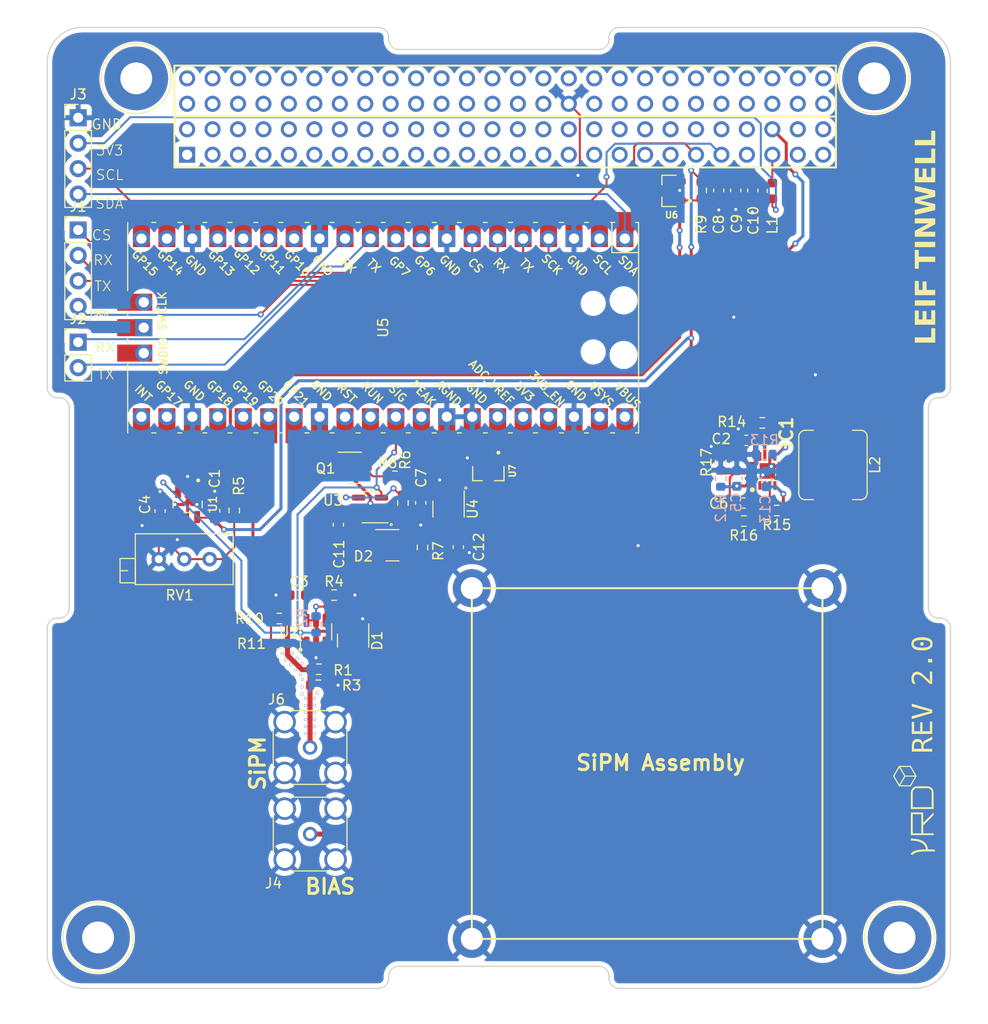
<source format=kicad_pcb>
(kicad_pcb (version 20221018) (generator pcbnew)
  (title_block (title "SiPM PC/104 Board") (date "2023-08-29") (rev "2.2") (company "University of Surrey"))
  (layers (0 "F.Cu" signal) (31 "B.Cu" signal) (34 "B.Paste" user) (35 "F.Paste" user) (36 "B.SilkS" user "B.Silkscreen") (37 "F.SilkS" user "F.Silkscreen") (38 "B.Mask" user) (39 "F.Mask" user) (44 "Edge.Cuts" user))
  (net 0 "")
  (net 1 "VCC")
  (net 2 "GND")
  (net 3 "Net-(C4-Pad2)")
  (net 4 "Net-(U3--)")
  (net 5 "Net-(D2-A)")
  (net 6 "Net-(D2-K)")
  (net 7 "Net-(D2-COM)")
  (net 8 "CS")
  (net 9 "RX")
  (net 10 "TX")
  (net 11 "SCK")
  (net 12 "UART1RX")
  (net 13 "UART1TX")
  (net 14 "SCL")
  (net 15 "SDA")
  (net 16 "SiPM")
  (net 17 "VSYS")
  (net 18 "Net-(D1-COM)")
  (net 19 "RST")
  (net 20 "Net-(Q1-D)")
  (net 21 "Net-(U8-47-OUT1_3V3)")
  (net 22 "Net-(U2--)")
  (net 23 "SIG")
  (net 24 "STB_VREF")
  (net 25 "PEAK")
  (net 26 "INT")
  (net 41 "VREF")
  (net 43 "VBUS")
  (net 149 "+5V")
  (net 150 "Net-(IC1-~{SHDN})")
  (net 151 "Net-(IC1-MON)")
  (net 152 "Net-(IC1-MONIN)")
  (net 153 "Net-(IC1-FB)")
  (net 154 "BIAS")
  (net 155 "Net-(IC1-SW_1)")
  (net 156 "Net-(IC1-RT)")
  (net 158 "Net-(IC1-CTRL)")
  (footprint "Package_TO_SOT_SMD:SOT-23-6" (layer "F.Cu") (at 92.825 101.85 -90)
    (fp_text reference "U4")
    (fp_text value "OPA355NA")
  )
  (footprint "Package_TO_SOT_SMD:SOT-23" (layer "F.Cu") (at 87.225 105.4625)
    (fp_text reference "D2")
    (fp_text value "BAT54S")
  )
  (footprint "Package_TO_SOT_SMD:SOT-23-6" (layer "F.Cu") (at 84.9875 101.6625 180)
    (fp_text reference "U3")
    (fp_text value "OPA355NA")
  )
  (footprint "Capacitor_SMD:C_0603_1608Metric" (layer "F.Cu") (at 122.55 95 180)
    (fp_text reference "C2")
    (fp_text value "1uF")
  )
  (footprint "Package_TO_SOT_SMD:SOT-23-6" (layer "F.Cu") (at 79.6 114.1 90)
    (fp_text reference "U2")
    (fp_text value "OPA355NA")
  )
  (footprint "Connector_Coaxial:SMA_Amphenol_132134-14_Vertical" (layer "F.Cu") (at 79 125.65 180)
    (fp_text reference "J6")
    (fp_text value "Conn_Coaxial")
  )
  (footprint "Capacitor_SMD:C_0603_1608Metric" (layer "F.Cu") (at 119.8 70.05 -90)
    (fp_text reference "C8")
    (fp_text value "10uF")
  )
  (footprint "Resistor_SMD:R_0603_1608Metric" (layer "F.Cu") (at 71.43 102 90)
    (fp_text reference "R5")
    (fp_text value "210k")
  )
  (footprint "MCU_RaspberryPi_and_Boards:RPi_Pico_SMD_TH" (layer "F.Cu") (at 86.3 83.75 -90)
    (fp_text reference "U5")
    (fp_text value "Pico")
  )
  (footprint "Resistor_SMD:R_0603_1608Metric" (layer "F.Cu") (at 90.225 105.6875 90)
    (fp_text reference "R7")
    (fp_text value "10k")
  )
  (footprint "Resistor_SMD:R_0603_1608Metric" (layer "F.Cu") (at 79.875 117.8375)
    (fp_text reference "R1")
    (fp_text value "100")
  )
  (footprint "Capacitor_SMD:C_0603_1608Metric" (layer "F.Cu") (at 90.05 101.225 -90)
    (fp_text reference "C7")
    (fp_text value "470pF")
  )
  (footprint "Resistor_SMD:R_0603_1608Metric" (layer "F.Cu") (at 79.825 119.4375)
    (fp_text reference "R3")
    (fp_text value "1k")
  )
  (footprint "Connector_PinHeader_2.54mm:PinHeader_1x04_P2.54mm_Vertical" (layer "F.Cu") (at 55.85 74)
    (fp_text reference "J1")
    (fp_text value "Conn_01x04_Pin")
  )
  (footprint "Potentiometer_THT:Potentiometer_Bourns_3296X_Horizontal" (layer "F.Cu") (at 68.98 106.85)
    (fp_text reference "RV1")
    (fp_text value "50k")
  )
  (footprint "Resistor_SMD:R_0603_1608Metric" (layer "F.Cu") (at 75.925 112.7775)
    (fp_text reference "R10")
    (fp_text value "210k")
  )
  (footprint "Capacitor_SMD:C_0603_1608Metric" (layer "F.Cu") (at 77.775 110.4375 180)
    (fp_text reference "C3")
    (fp_text value "10nF")
  )
  (footprint "Capacitor_SMD:C_0603_1608Metric" (layer "F.Cu") (at 123.2 70.05 -90)
    (fp_text reference "C10")
    (fp_text value "100nF")
  )
  (footprint "Capacitor_SMD:C_0603_1608Metric" (layer "F.Cu") (at 81.825 103.4125 -90)
    (fp_text reference "C11")
    (fp_text value "10nF")
  )
  (footprint "Resistor_SMD:R_0603_1608Metric" (layer "F.Cu") (at 88.275 101.2375 90)
    (fp_text reference "R6")
    (fp_text value "100")
  )
  (footprint "Package_TO_SOT_SMD:SOT-23" (layer "F.Cu") (at 83.3 114.9875 -90)
    (fp_text reference "D1")
    (fp_text value "BAT54S")
  )
  (footprint "Connector_Coaxial:SMA_Amphenol_132134-14_Vertical" (layer "F.Cu") (at 79.01 134.29 180)
    (fp_text reference "J4")
    (fp_text value "Conn_Coaxial_Power")
  )
  (footprint "Inductor_SMD:L_0603_1608Metric" (layer "F.Cu") (at 125.15 70.1 -90)
    (fp_text reference "L1")
    (fp_text value "1kΩ")
  )
  (footprint "Capacitor_SMD:C_0603_1608Metric" (layer "F.Cu") (at 69.48 102.025 90)
    (fp_text reference "C1")
    (fp_text value "100nF")
  )
  (footprint "PC104:PC104-Standard" (layer "F.Cu") (at 61.65 58.87)
    (fp_text reference "U8" hide)
    (fp_text value "Payload")
    (fp_line (start -8.89 30.865) (end -8.89 -1.58) (stroke (width 0.12)) (layer "Edge.Cuts"))
    (fp_line (start -8.89 54.865) (end -8.89 87.31) (stroke (width 0.12)) (layer "Edge.Cuts"))
    (fp_line (start -7.89 31.865) (end -7.69 31.865) (stroke (width 0.12)) (layer "Edge.Cuts"))
    (fp_line (start -7.69 53.865) (end -7.89 53.865) (stroke (width 0.12)) (layer "Edge.Cuts"))
    (fp_line (start -6.69 32.865) (end -6.69 52.865) (stroke (width 0.12)) (layer "Edge.Cuts"))
    (fp_line (start -5.39 -5.08) (end 24.195 -5.08) (stroke (width 0.12)) (layer "Edge.Cuts"))
    (fp_line (start 24.195 90.81) (end -5.39 90.81) (stroke (width 0.12)) (layer "Edge.Cuts"))
    (fp_line (start 25.195 -3.88) (end 25.195 -4.08) (stroke (width 0.12)) (layer "Edge.Cuts"))
    (fp_line (start 25.195 89.61) (end 25.195 89.81) (stroke (width 0.12)) (layer "Edge.Cuts"))
    (fp_line (start 26.195 -2.88) (end 46.195 -2.88) (stroke (width 0.12)) (layer "Edge.Cuts"))
    (fp_line (start 46.195 88.61) (end 26.195 88.61) (stroke (width 0.12)) (layer "Edge.Cuts"))
    (fp_line (start 47.195 -3.88) (end 47.195 -4.08) (stroke (width 0.12)) (layer "Edge.Cuts"))
    (fp_line (start 47.195 89.81) (end 47.195 89.61) (stroke (width 0.12)) (layer "Edge.Cuts"))
    (fp_line (start 48.195 -5.08) (end 77.78 -5.08) (stroke (width 0.12)) (layer "Edge.Cuts"))
    (fp_line (start 77.78 90.81) (end 48.195 90.81) (stroke (width 0.12)) (layer "Edge.Cuts"))
    (fp_line (start 79.08 32.865) (end 79.08 52.865) (stroke (width 0.12)) (layer "Edge.Cuts"))
    (fp_line (start 80.08 53.865) (end 80.28 53.865) (stroke (width 0.12)) (layer "Edge.Cuts"))
    (fp_line (start 80.28 31.865) (end 80.08 31.865) (stroke (width 0.12)) (layer "Edge.Cuts"))
    (fp_line (start 81.28 -1.58) (end 81.28 30.865) (stroke (width 0.12)) (layer "Edge.Cuts"))
    (fp_line (start 81.28 54.865) (end 81.28 87.31) (stroke (width 0.12)) (layer "Edge.Cuts"))
    (fp_arc (start -8.89 -1.58) (mid -7.864874 -4.054874) (end -5.39 -5.08) (stroke (width 0.12)) (layer "Edge.Cuts"))
    (fp_arc (start -8.89 54.865) (mid -8.597107 54.157893) (end -7.89 53.865) (stroke (width 0.12)) (layer "Edge.Cuts"))
    (fp_arc (start -7.89 31.865) (mid -8.597107 31.572107) (end -8.89 30.865) (stroke (width 0.12)) (layer "Edge.Cuts"))
    (fp_arc (start -7.69 31.865) (mid -6.982893 32.157893) (end -6.69 32.865) (stroke (width 0.12)) (layer "Edge.Cuts"))
    (fp_arc (start -6.69 52.865) (mid -6.982893 53.572107) (end -7.69 53.865) (stroke (width 0.12)) (layer "Edge.Cuts"))
    (fp_arc (start -5.39 90.81) (mid -7.864874 89.784874) (end -8.89 87.31) (stroke (width 0.12)) (layer "Edge.Cuts"))
    (fp_arc (start 24.195 -5.08) (mid 24.902107 -4.787107) (end 25.195 -4.08) (stroke (width 0.12)) (layer "Edge.Cuts"))
    (fp_arc (start 25.195 89.61) (mid 25.487893 88.902893) (end 26.195 88.61) (stroke (width 0.12)) (layer "Edge.Cuts"))
    (fp_arc (start 25.195 89.81) (mid 24.902107 90.517107) (end 24.195 90.81) (stroke (width 0.12)) (layer "Edge.Cuts"))
    (fp_arc (start 26.195 -2.88) (mid 25.487893 -3.172893) (end 25.195 -3.88) (stroke (width 0.12)) (layer "Edge.Cuts"))
    (fp_arc (start 46.195 88.61) (mid 46.902107 88.902893) (end 47.195 89.61) (stroke (width 0.12)) (layer "Edge.Cuts"))
    (fp_arc (start 47.195 -4.08) (mid 47.487893 -4.787107) (end 48.195 -5.08) (stroke (width 0.12)) (layer "Edge.Cuts"))
    (fp_arc (start 47.195 -3.88) (mid 46.902107 -3.172893) (end 46.195 -2.88) (stroke (width 0.12)) (layer "Edge.Cuts"))
    (fp_arc (start 48.195 90.81) (mid 47.487893 90.517107) (end 47.195 89.81) (stroke (width 0.12)) (layer "Edge.Cuts"))
    (fp_arc (start 77.78 -5.08) (mid 80.254874 -4.054874) (end 81.28 -1.58) (stroke (width 0.12)) (layer "Edge.Cuts"))
    (fp_arc (start 79.08 32.865) (mid 79.372893 32.157893) (end 80.08 31.865) (stroke (width 0.12)) (layer "Edge.Cuts"))
    (fp_arc (start 80.08 53.865) (mid 79.372893 53.572107) (end 79.08 52.865) (stroke (width 0.12)) (layer "Edge.Cuts"))
    (fp_arc (start 80.28 53.865) (mid 80.987107 54.157893) (end 81.28 54.865) (stroke (width 0.12)) (layer "Edge.Cuts"))
    (fp_arc (start 81.28 30.865) (mid 80.987107 31.572107) (end 80.28 31.865) (stroke (width 0.12)) (layer "Edge.Cuts"))
    (fp_arc (start 81.28 87.31) (mid 80.254874 89.784874) (end 77.78 90.81) (stroke (width 0.12)) (layer "Edge.Cuts"))
  )
  (footprint "MountingHole:MountingHole_2.2mm_M2_DIN965_Pad" (layer "F.Cu") (at 130.15 144.75)
    (fp_text reference "REF**" hide)
    (fp_text value "MountingHole_2.2mm_M2_DIN965_Pad")
  )
  (footprint "Resistor_SMD:R_0603_1608Metric" (layer "F.Cu") (at 120 97.2 90)
    (fp_text reference "R17")
    (fp_text value "29.4k")
  )
  (footprint "MountingHole:MountingHole_2.2mm_M2_DIN965_Pad" (layer "F.Cu") (at 95.15 144.75)
    (fp_text reference "REF**" hide)
    (fp_text value "MountingHole_2.2mm_M2_DIN965_Pad")
  )
  (footprint "Capacitor_SMD:C_0603_1608Metric" (layer "F.Cu") (at 64.03 102.05 -90)
    (fp_text reference "C4")
    (fp_text value "100nF")
  )
  (footprint "Package_TO_SOT_SMD:SOT-23" (layer "F.Cu") (at 83.4875 97.7375)
    (fp_text reference "Q1")
    (fp_text value "2N7002")
  )
  (footprint "LM4040AIM3-3_0T:SOT95P237X112-3N" (layer "F.Cu") (at 114.8275 70.1 180)
    (fp_text reference "U6")
    (fp_text value "LM4040AIM3-3_0T")
  )
  (footprint "MountingHole:MountingHole_2.2mm_M2_DIN965_Pad" (layer "F.Cu") (at 130.15 109.75)
    (fp_text reference "REF**" hide)
    (fp_text value "MountingHole_2.2mm_M2_DIN965_Pad")
  )
  (footprint "Resistor_SMD:R_0603_1608Metric" (layer "F.Cu") (at 118.05 70.05 -90)
    (fp_text reference "R9")
    (fp_text value "1k")
  )
  (footprint "Resistor_SMD:R_0603_1608Metric" (layer "F.Cu") (at 125.6 102 180)
    (fp_text reference "R15")
    (fp_text value "8.25")
  )
  (footprint "Logo:logo3" (layer "F.Cu") (at 139.05 134.6 90)
    (fp_text reference "G***" hide)
    (fp_text value "LOGO" hide)
  )
  (footprint "Capacitor_SMD:C_0603_1608Metric" (layer "F.Cu") (at 122.3 101.25 180)
    (fp_text reference "C6")
    (fp_text value "10nF")
  )
  (footprint "Capacitor_SMD:C_0603_1608Metric" (layer "F.Cu") (at 93.8 105.65 -90)
    (fp_text reference "C12")
    (fp_text value "10nF")
  )
  (footprint "Resistor_SMD:R_0603_1608Metric" (layer "F.Cu") (at 87.475 98.5875 180)
    (fp_text reference "R8")
    (fp_text value "1k")
  )
  (footprint "Resistor_SMD:R_0603_1608Metric" (layer "F.Cu") (at 124.15 93.25 180)
    (fp_text reference "R14")
    (fp_text value "20k")
  )
  (footprint "MountingHole:MountingHole_2.2mm_M2_DIN965_Pad" (layer "F.Cu") (at 95.15 109.75)
    (fp_text reference "REF**" hide)
    (fp_text value "MountingHole_2.2mm_M2_DIN965_Pad")
  )
  (footprint "Connector_PinHeader_2.54mm:PinHeader_1x02_P2.54mm_Vertical" (layer "F.Cu") (at 55.85 85.2)
    (fp_text reference "J2")
    (fp_text value "Conn_01x02_Pin")
  )
  (footprint "Connector_PinHeader_2.54mm:PinHeader_1x04_P2.54mm_Vertical" (layer "F.Cu") (at 55.85 62.8)
    (fp_text reference "J3")
    (fp_text value "Conn_01x04_Pin")
  )
  (footprint "LT3571EUD#PBF:QFN50P300X300X80-17N-D" (layer "F.Cu") (at 124.65 98.05 90)
    (fp_text reference "IC1")
    (fp_text value "LT3571EUD#PBF" hide)
  )
  (footprint "Inductor_SMD:L_Bourns_SRP7028A_7.3x6.6mm" (layer "F.Cu") (at 131.2 97.45 -90)
    (fp_text reference "L2")
    (fp_text value "10uH")
  )
  (footprint "Resistor_SMD:R_0603_1608Metric" (layer "F.Cu") (at 122.3 103.05 180)
    (fp_text reference "R16")
    (fp_text value "1M")
  )
  (footprint "TLV3201AIDBVR:SOT95P280X145-5N" (layer "F.Cu") (at 66.78 101.395 -90)
    (fp_text reference "U1")
    (fp_text value "TLV3201AIDBVR")
  )
  (footprint "Resistor_SMD:R_0603_1608Metric" (layer "F.Cu") (at 81.4 110.4375 180)
    (fp_text reference "R4")
    (fp_text value "1k")
  )
  (footprint "Capacitor_SMD:C_0603_1608Metric" (layer "F.Cu") (at 121.5 70.05 -90)
    (fp_text reference "C9")
    (fp_text value "10uF")
  )
  (footprint "LM4040AIM3-3_0T:SOT95P237X112-3N" (layer "F.Cu") (at 96.8 98.3225 -90)
    (fp_text reference "U7")
    (fp_text value "LM4040AIM3-3_0T")
  )
  (footprint "Resistor_SMD:R_0603_1608Metric" (layer "F.Cu") (at 75.925 115.2875)
    (fp_text reference "R11")
    (fp_text value "210k")
  )
  (footprint "Capacitor_SMD:C_0603_1608Metric" (layer "B.Cu") (at 124.55 98.85 90)
    (fp_text reference "C13")
    (fp_text value "0.22uF")
  )
  (footprint "Resistor_SMD:R_0603_1608Metric" (layer "B.Cu") (at 124.35 96.4 180)
    (fp_text reference "R13")
    (fp_text value "26.1k")
  )
  (footprint "Capacitor_SMD:C_0603_1608Metric" (layer "B.Cu") (at 121.6 98.8 90)
    (fp_text reference "C5")
    (fp_text value "10nF")
  )
  (footprint "Resistor_SMD:R_0603_1608Metric" (layer "B.Cu") (at 79.6 113.3625 -90)
    (fp_text reference "R2")
    (fp_text value "2k")
  )
  (footprint "Resistor_SMD:R_0603_1608Metric" (layer "B.Cu") (at 120 98.8 90)
    (fp_text reference "R12")
    (fp_text value "10k")
  )
  (gr_circle (center 78.04 115.9) (end 78.14 116) (stroke (width 0.15)) (fill none) (layer "F.SilkS"))
  (gr_circle (center 94.55 99.75) (end 94.45 99.7) (stroke (width 0.1)) (fill none) (layer "F.SilkS"))
  (gr_rect (start 95.15 109.75) (end 130.15 144.75) (stroke (width 0.2)) (fill none) (layer "F.SilkS"))
  (gr_circle (center 87.1 103.4) (end 87.1 103.3) (stroke (width 0.1)) (fill none) (layer "F.SilkS"))
  (gr_text "SCL" (at 57.55 69.1) (layer "F.SilkS") (effects (font (size 1 1) (thickness 0.1)) (justify left bottom)))
  (gr_text "RX" (at 57.3 77.6) (layer "F.SilkS") (effects (font (size 1 1) (thickness 0.1)) (justify left bottom)))
  (gr_text "3V3" (at 57.55 66.65) (layer "F.SilkS") (effects (font (size 1 1) (thickness 0.1)) (justify left bottom)))
  (gr_text "TX" (at 57.7 89) (layer "F.SilkS") (effects (font (size 1 1) (thickness 0.1)) (justify left bottom)))
  (gr_text "SiPM Assembly" (at 105.4 128.05) (layer "F.SilkS") (effects (font (size 1.5 1.5) (thickness 0.3) bold) (justify left bottom)))
  (gr_text "TX" (at 57.4 80.2) (layer "F.SilkS") (effects (font (size 1 1) (thickness 0.1)) (justify left bottom)))
  (gr_text "SCK" (at 57.35 82.6) (layer "F.SilkS") (effects (font (size 0.5 0.5) (thickness 0.1)) (justify left bottom)))
  (gr_text "BIAS\n" (at 78.35 140.4) (layer "F.SilkS") (effects (font (size 1.5 1.5) (thickness 0.3) bold) (justify left bottom)))
  (gr_text "SiPM" (at 74.65 130.1 90) (layer "F.SilkS") (effects (font (size 1.5 1.5) (thickness 0.3) bold) (justify left bottom)))
  (gr_text "CS" (at 57.15 75.1) (layer "F.SilkS") (effects (font (size 1 1) (thickness 0.1)) (justify left bottom)))
  (gr_text "GND\n" (at 57.1 64.05) (layer "F.SilkS") (effects (font (size 1 1) (thickness 0.125)) (justify left bottom)))
  (gr_text "RX" (at 57.5 86.3) (layer "F.SilkS") (effects (font (size 1 1) (thickness 0.1)) (justify left bottom)))
  (gr_text "LEIF TINWELL" (at 141.75 85.5 90) (layer "F.SilkS") (effects (font (size 2 2) (thickness 0.2) bold) (justify left bottom)))
  (gr_text "SDA" (at 57.5 71.95) (layer "F.SilkS") (effects (font (size 1 1) (thickness 0.1)) (justify left bottom)))
  (gr_text "REV 2.0" (at 141.45 126.25 90) (layer "F.SilkS") (effects (font (size 2 2) (thickness 0.1)) (justify left bottom)))
  (via (at 78.55 122.15) (size 0.3) (drill 0.25) (layers "F.Cu" "B.Cu") (net 0))
  (via (at 77.705026 116.755026) (size 0.3) (drill 0.25) (layers "F.Cu" "B.Cu") (net 0))
  (via (at 78.55 120.75) (size 0.3) (drill 0.25) (layers "F.Cu" "B.Cu") (net 0))
  (via (at 78.058579 118.381371) (size 0.3) (drill 0.25) (layers "F.Cu" "B.Cu") (net 0))
  (via (at 78.55 121.45) (size 0.3) (drill 0.25) (layers "F.Cu" "B.Cu") (net 0))
  (via (at 79.45 122.15) (size 0.3) (drill 0.25) (layers "F.Cu" "B.Cu") (net 0))
  (via (at 79.45 122.85) (size 0.3) (drill 0.25) (layers "F.Cu" "B.Cu") (net 0))
  (via (at 79.45 124.25) (size 0.3) (drill 0.25) (layers "F.Cu" "B.Cu") (net 0))
  (via (at 78.2 117.25) (size 0.3) (drill 0.25) (layers "F.Cu" "B.Cu") (net 0))
  (via (at 78.55 123.55) (size 0.3) (drill 0.25) (layers "F.Cu" "B.Cu") (net 0))
  (via (at 76.25 116.25) (size 0.3) (drill 0.25) (layers "F.Cu" "B.Cu") (net 0))
  (via (at 79.45 123.55) (size 0.3) (drill 0.25) (layers "F.Cu" "B.Cu") (net 0))
  (via (at 79.45 120.75) (size 0.3) (drill 0.25) (layers "F.Cu" "B.Cu") (net 0))
  (via (at 77.563604 117.886396) (size 0.3) (drill 0.25) (layers "F.Cu" "B.Cu") (net 0))
  (via (at 79.7 120.25) (size 0.3) (drill 0.25) (layers "F.Cu" "B.Cu") (net 0))
  (via (at 77.210051 116.260051) (size 0.3) (drill 0.25) (layers "F.Cu" "B.Cu") (net 0))
  (via (at 78.55 124.25) (size 0.3) (drill 0.25) (layers "F.Cu" "B.Cu") (net 0))
  (via (at 78.2 119.6) (size 0.3) (drill 0.25) (layers "F.Cu" "B.Cu") (net 0))
  (via (at 76.573655 116.896447) (size 0.3) (drill 0.25) (layers "F.Cu" "B.Cu") (net 0))
  (via (at 77.06863 117.391422) (size 0.3) (drill 0.25) (layers "F.Cu" "B.Cu") (net 0))
  (via (at 78.55 122.85) (size 0.3) (drill 0.25) (layers "F.Cu" "B.Cu") (net 0))
  (via (at 78.25 118.85) (size 0.3) (drill 0.25) (layers "F.Cu" "B.Cu") (net 0))
  (via (at 78.2 120.3) (size 0.3) (drill 0.25) (layers "F.Cu" "B.Cu") (net 0))
  (via (at 79.45 121.45) (size 0.3) (drill 0.25) (layers "F.Cu" "B.Cu") (net 0))
  (segment (start 81.975 102.6125) (end 81.925 102.6625) (width 0.2) (layer "F.Cu") (net 1))
  (segment (start 92.5 105.7) (end 93.325 104.875) (width 0.3) (layer "F.Cu") (net 1))
  (segment (start 80.55 103) (end 80.55 106) (width 0.3) (layer "F.Cu") (net 1))
  (segment (start 78.6 110.5875) (end 78.6 112.9125) (width 0.2) (layer "F.Cu") (net 1))
  (segment (start 118.1 69.275) (end 118.05 69.225) (width 0.2) (layer "F.Cu") (net 1))
  (segment (start 124.8125 70.8875) (end 123.2 69.275) (width 0.2) (layer "F.Cu") (net 1))
  (segment (start 92.825 104.175) (end 92.825 102.9875) (width 0.3) (layer "F.Cu") (net 1))
  (segment (start 83.85 102.6125) (end 83.85 101.6625) (width 0.2) (layer "F.Cu") (net 1))
  (segment (start 121.5 69.275) (end 119.8 69.275) (width 0.2) (layer "F.Cu") (net 1))
  (segment (start 118.05 69.05) (end 117.05 68.05) (width 0.2) (layer "F.Cu") (net 1))
  (segment (start 105.4125 102.9875) (end 107.625 100.775) (width 0.3) (layer "F.Cu") (net 1))
  (segment (start 79.95 107.55) (end 78.55 108.95) (width 0.3) (layer "F.Cu") (net 1))
  (segment (start 123.2 69.275) (end 121.5 69.275) (width 0.2) (layer "F.Cu") (net 1))
  (segment (start 118.05 69.225) (end 118.05 69.05) (width 0.2) (layer "F.Cu") (net 1))
  (segment (start 83.85 102.6125) (end 81.85 102.6125) (width 0.2) (layer "F.Cu") (net 1))
  (segment (start 78.55 108.95) (end 78.55 110.4375) (width 0.3) (layer "F.Cu") (net 1))
  (segment (start 125.15 70.8875) (end 124.8125 70.8875) (width 0.2) (layer "F.Cu") (net 1))
  (segment (start 117.05 91.35) (end 107.625 100.775) (width 0.3) (layer "F.Cu") (net 1))
  (segment (start 92.5 106.95) (end 92.5 105.7) (width 0.3) (layer "F.Cu") (net 1))
  (segment (start 93.8 104.875) (end 93.525 104.875) (width 0.3) (layer "F.Cu") (net 1))
  (segment (start 92.825 102.9875) (end 93.775 102.9875) (width 0.3) (layer "F.Cu") (net 1))
  (segment (start 81.825 102.6375) (end 80.9125 102.6375) (width 0.3) (layer "F.Cu") (net 1))
  (segment (start 80.55 106) (end 82.1 107.55) (width 0.3) (layer "F.Cu") (net 1))
  (segment (start 91.9 107.55) (end 92.5 106.95) (width 0.3) (layer "F.Cu") (net 1))
  (segment (start 79.6 112.9625) (end 79.6 113.661396) (width 0.3) (layer "F.Cu") (net 1))
  (segment (start 81.85 102.6125) (end 81.825 102.6375) (width 0.2) (layer "F.Cu") (net 1))
  (segment (start 93.775 102.9875) (end 105.4125 102.9875) (width 0.3) (layer "F.Cu") (net 1))
  (segment (start 69.48 102.98) (end 70.4 103.9) (width 0.3) (layer "F.Cu") (net 1))
  (segment (start 125.15 71.65) (end 125.15 70.8875) (width 0.2) (layer "F.Cu") (net 1))
  (segment (start 78.6 112.9125) (end 78.65 112.9625) (width 0.2) (layer "F.Cu") (net 1))
  (segment (start 78.65 112.9625) (end 79.6 112.9625) (width 0.2) (layer "F.Cu") (net 1))
  (segment (start 117.05 75.7) (end 117.05 84.8) (width 0.3) (layer "F.Cu") (net 1))
  (segment (start 79.6 113.661396) (end 79.988604 114.05) (width 0.3) (layer "F.Cu") (net 1))
  (segment (start 80.9125 102.6375) (end 80.55 103) (width 0.3) (layer "F.Cu") (net 1))
  (segment (start 93.325 104.875) (end 93.8 104.875) (width 0.2) (layer "F.Cu") (net 1))
  (segment (start 79.988604 114.05) (end 82.35 114.05) (width 0.3) (layer "F.Cu") (net 1))
  (segment (start 93.525 104.875) (end 92.825 104.175) (width 0.3) (layer "F.Cu") (net 1))
  (segment (start 67.795 102.715) (end 67.73 102.65) (width 0.2) (layer "F.Cu") (net 1))
  (segment (start 82.1 107.55) (end 79.95 107.55) (width 0.3) (layer "F.Cu") (net 1))
  (segment (start 82.1 107.55) (end 91.9 107.55) (width 0.3) (layer "F.Cu") (net 1))
  (segment (start 69.48 102.715) (end 67.795 102.715) (width 0.2) (layer "F.Cu") (net 1))
  (segment (start 125.5 72) (end 125.15 71.65) (width 0.2) (layer "F.Cu") (net 1))
  (segment (start 69.48 102.8) (end 69.48 102.98) (width 0.3) (layer "F.Cu") (net 1))
  (segment (start 117.05 84.8) (end 117.05 91.35) (width 0.3) (layer "F.Cu") (net 1))
  (segment (start 119.8 69.275) (end 118.1 69.275) (width 0.2) (layer "F.Cu") (net 1))
  (via (at 117.05 75.7) (size 0.6) (drill 0.3) (layers "F.Cu" "B.Cu") (net 1))
  (via (at 117.05 68.05) (size 0.6) (drill 0.3) (layers "F.Cu" "B.Cu") (net 1))
  (via (at 125.5 72) (size 0.6) (drill 0.3) (layers "F.Cu" "B.Cu") (net 1))
  (via (at 70.4 103.9) (size 0.6) (drill 0.3) (layers "F.Cu" "B.Cu") (net 1))
  (via (at 117.05 84.8) (size 0.6) (drill 0.3) (layers "F.Cu" "B.Cu") (net 1))
  (segment (start 125.5 69.25) (end 124 67.75) (width 0.2) (layer "B.Cu") (net 1))
  (segment (start 70.4 103.9) (end 74 103.9) (width 0.3) (layer "B.Cu") (net 1))
  (segment (start 74 103.9) (end 76.1 101.8) (width 0.3) (layer "B.Cu") (net 1))
  (segment (start 77.85 89.05) (end 112.45 89.05) (width 0.3) (layer "B.Cu") (net 1))
  (segment (start 58.46 65.34) (end 55.85 65.34) (width 0.2) (layer "B.Cu") (net 1))
  (segment (start 112.45 89.05) (end 116.7 84.8) (width 0.3) (layer "B.Cu") (net 1))
  (segment (start 123.35 62.75) (end 61.05 62.75) (width 0.2) (layer "B.Cu") (net 1))
  (segment (start 61.05 62.75) (end 58.46 65.34) (width 0.2) (layer "B.Cu") (net 1))
  (segment (start 116.7 84.8) (end 117.05 84.8) (width 0.3) (layer "B.Cu") (net 1))
  (segment (start 124 67.75) (end 124 63.4) (width 0.2) (layer "B.Cu") (net 1))
  (segment (start 76.1 90.8) (end 77.85 89.05) (width 0.3) (layer "B.Cu") (net 1))
  (segment (start 125.5 72) (end 125.5 69.25) (width 0.2) (layer "B.Cu") (net 1))
  (segment (start 76.1 101.8) (end 76.1 90.8) (width 0.3) (layer "B.Cu") (net 1))
  (segment (start 117.05 68.05) (end 117.05 75.7) (width 0.3) (layer "B.Cu") (net 1))
  (segment (start 124 63.4) (end 123.35 62.75) (width 0.2) (layer "B.Cu") (net 1))
  (segment (start 123.2 70.825) (end 123.2 72.15) (width 0.2) (layer "F.Cu") (net 2))
  (segment (start 125.05 97.6) (end 124.9 97.45) (width 0.3) (layer "F.Cu") (net 2))
  (segment (start 65.55 101.35) (end 65.5 101.4) (width 0.3) (layer "F.Cu") (net 2))
  (segment (start 79.95 73.3) (end 79.95 74.86) (width 0.2) (layer "F.Cu") (net 2))
  (segment (start 115.8875 69.15) (end 115.8875 70.0375) (width 0.2) (layer "F.Cu") (net 2))
  (segment (start 66.35 101.4) (end 66.375 101.4) (width 0.3) (layer "F.Cu") (net 2))
  (segment (start 125.8 97.6) (end 125.9 97.6) (width 0.3) (layer "F.Cu") (net 2))
  (segment (start 66.375 101.4) (end 66.78 100.995) (width 0.3) (layer "F.Cu") (net 2))
  (segment (start 84.125 104.1625) (end 85.025 103.2625) (width 0.3) (layer "F.Cu") (net 2))
  (segment (start 83.123896 98.6875) (end 82.55 98.6875) (width 0.2) (layer "F.Cu") (net 2))
  (segment (start 66.78 100.14) (end 66.78 98.6) (width 0.2) (layer "F.Cu") (net 2))
  (segment (start 120 96.375) (end 119.825 96.375) (width 0.2) (layer "F.Cu") (net 2))
  (segment (start 63.9 106.85) (end 63.9 105.17) (width 0.2) (layer "F.Cu") (net 2))
  (segment (start 64.03 101.275) (end 64.03 100.1) (width 0.2) (layer "F.Cu") (net 2))
  (segment (start 95.85 97.2625) (end 95.2125 97.2625) (width 0.2) (layer "F.Cu") (net 2))
  (segment (start 115.8875 69.15) (end 116.09 68.9475) (width 0.2) (layer "F.Cu") (net 2))
  (segment (start 65.75 104.9) (end 66.78 103.87) (width 0.3) (layer "F.Cu") (net 2))
  (segment (start 105.93 68.37) (end 105.75 68.55) (width 0.2) (layer "F.Cu") (net 2))
  (segment (start 125.8 97.6) (end 126.1 97.3) (width 0.3) (layer "F.Cu") (net 2))
  (segment (start 105.93 62.51) (end 105.93 68.37) (width 0.2) (layer "F.Cu") (net 2))
  (segment (start 86.125 101.6625) (end 85.776104 101.6625) (width 0.2) (layer "F.Cu") (net 2))
  (segment (start 93.8 106.425) (end 94.675 106.425) (width 0.2) (layer "F.Cu") (net 2))
  (segment (start 119.8 70.825) (end 119.8 72) (width 0.2) (layer "F.Cu") (net 2))
  (segment (start 79.6 115.2375) (end 79.6 116.6875) (width 0.2) (layer "F.Cu") (net 2))
  (segment (start 124.9 97.45) (end 124.9 96.6) (width 0.3) (layer "F.Cu") (net 2))
  (segment (start 84.25 114.05) (end 84.25 112.8) (width 0.2) (layer "F.Cu") (net 2))
  (segment (start 69.48 101.25) (end 69.48 100.075) (width 0.2) (layer "F.Cu") (net 2))
  (segment (start 121.775 95) (end 121.775 93.875) (width 0.2) (layer "F.Cu") (net 2))
  (segment (start 92.825 100.7125) (end 92.825 99.825) (width 0.3) (layer "F.Cu") (net 2))
  (segment (start 63.9 105.17) (end 62.23 103.5) (width 0.2) (layer "F.Cu") (net 2))
  (segment (start 85.025 103.2625) (end 85.025 101.2875) (width 0.3) (layer "F.Cu") (net 2))
  (segment (start 67.21 101.4) (end 67.7 101.4) (width 0.3) (layer "F.Cu") (net 2))
  (segment (start 106.1 74.11) (end 105.35 74.86) (width 0.2) (layer "F.Cu") (net 2))
  (segment (start 67.25 72.85) (end 67.25 74.86) (width 0.2) (layer "F.Cu") (net 2))
  (segment (start 65.5 101.4) (end 66.35 101.4) (width 0.3) (layer "F.Cu") (net 2))
  (segment (start 104.83 61.41) (end 105.93 62.51) (width 0.2) (layer "F.Cu") (net 2))
  (segment (start 66.78 100.995) (end 66.78 100.97) (width 0.3) (layer "F.Cu") (net 2))
  (segment (start 125.05 97.6) (end 125.8 97.6) (width 0.3) (layer "F.Cu") (net 2))
  (segment (start 90.05 102) (end 90.05 103.45) (width 0.3) (layer "F.Cu") (net 2))
  (segment (start 92.825 99.825) (end 91.95 98.95) (width 0.3) (layer "F.Cu") (net 2))
  (segment (start 77 110.4375) (end 75.6 110.4375) (width 0.2) (layer "F.Cu") (net 2))
  (segment (start 95.2125 97.2625) (end 94.7 96.75) (width 0.2) (layer "F.Cu") (net 2))
  (segment (start 85.025 100.588604) (end 83.123896 98.6875) (width 0.3) (layer "F.Cu") (net 2))
  (segment (start 85.4 101.6625) (end 85.025 101.2875) (width 0.2) (layer "F.Cu") (net 2))
  (segment (start 121.775 93.875) (end 121.75 93.85) (width 0.2) (layer "F.Cu") (net 2))
  (segment (start 123.2 72.15) (end 123.15 72.2) (width 0.2) (layer "F.Cu") (net 2))
  (segment (start 85.025 101.2875) (end 85.025 100.588604) (width 0.3) (layer "F.Cu") (net 2))
  (segment (start 125.9 97.6) (end 126.1 97.8) (width 0.3) (layer "F.Cu") (net 2))
  (segment (start 86.125 101.6625) (end 85.4 101.6625) (width 0.2) (layer "F.Cu") (net 2))
  (segment (start 121.5 70.825) (end 121.5 71.95) (width 0.2) (layer "F.Cu") (net 2))
  (segment (start 66.78 103.87) (end 66.78 100.995) (width 0.3) (layer "F.Cu") (net 2))
  (segment (start 82.225 110.4375) (end 83.475 110.4375) (width 0.2) (layer "F.Cu") (net 2))
  (segment (start 66.78 100.97) (end 67.21 101.4) (width 0.3) (layer "F.Cu") (net 2))
  (segment (start 66.78 100.97) (end 66.78 100.14) (width 0.3) (layer "F.Cu") (net 2))
  (segment (start 81.825 104.1875) (end 81.85 104.1625) (width 0.2) (layer "F.Cu") (net 2))
  (segment (start 115.8875 70.0375) (end 115.9 70.05) (width 0.2) (layer "F.Cu") (net 2))
  (segment (start 80.65 119.4375) (end 81.8 119.4375) (width 0.2) (layer "F.Cu") (net 2))
  (segment (start 64.105 101.2) (end 64.03 101.275) (width 0.2) (layer "F.Cu") (net 2))
  (segment (start 81.85 104.1625) (end 84.125 104.1625) (width 0.3) (layer "F.Cu") (net 2))
  (segment (start 119.825 96.375) (end 119.05 95.6) (width 0.2) (layer "F.Cu") (net 2))
  (segment (start 94.675 106.425) (end 94.9 106.2) (width 0.2) (layer "F.Cu") (net 2))
  (via (at 66.78 98.6) (size 0.6) (drill 0.3) (layers "F.Cu" "B.Cu") (net 2))
  (via (at 75.6 110.4375) (size 0.6) (drill 0.3) (layers "F.Cu" "B.Cu") (net 2))
  (via (at 115.9 70.05) (size 0.6) (drill 0.3) (layers "F.Cu" "B.Cu") (net 2))
  (via (at 111.75 105.5) (size 0.6) (drill 0.3) (layers "F.Cu" "B.Cu") (net 2))
  (via (at 67.7 101.4) (size 0.6) (drill 0.3) (layers "F.Cu" "B.Cu") (net 2))
  (via (at 65.5 101.4) (size 0.6) (drill 0.3) (layers "F.Cu" "B.Cu") (net 2))
  (via (at 65.75 104.9) (size 0.6) (drill 0.3) (layers "F.Cu" "B.Cu") (net 2))
  (via (at 121.3 82.7) (size 0.6) (drill 0.3) (layers "F.Cu" "B.Cu") (net 2))
  (via (at 105.75 68.55) (size 0.6) (drill 0.3) (layers "F.Cu" "B.Cu") (net 2))
  (via (at 124.2 98.45) (size 0.6) (drill 0.3) (layers "F.Cu" "B.Cu") (net 2))
  (via (at 119.05 95.6) (size 0.6) (drill 0.3) (layers "F.Cu" "B.Cu") (net 2))
  (via (at 64.03 100.1) (size 0.6) (drill 0.3) (layers "F.Cu" "B.Cu") (net 2))
  (via (at 85.025 101.2875) (size 0.6) (drill 0.3) (layers "F.Cu" "B.Cu") (net 2))
  (via (at 90.05 103.45) (size 0.6) (drill 0.3) (layers "F.Cu" "B.Cu") (net 2))
  (via (at 94.9 106.2) (size 0.6) (drill 0.3) (layers "F.Cu" "B.Cu") (net 2))
  (via (at 62.23 103.5) (size 0.6) (drill 0.3) (layers "F.Cu" "B.Cu") (net 2))
  (via (at 84.25 112.8) (size 0.6) (drill 0.3) (layers "F.Cu" "B.Cu") (net 2))
  (via (at 125.05 97.6) (size 0.6) (drill 0.3) (layers "F.Cu" "B.Cu") (net 2))
  (via (at 121.75 93.85) (size 0.6) (drill 0.3) (layers "F.Cu" "B.Cu") (net 2))
  (via (at 81.8 119.4375) (size 0.6) (drill 0.3) (layers "F.Cu" "B.Cu") (net 2))
  (via (at 69.48 100.075) (size 0.6) (drill 0.3) (layers "F.Cu" "B.Cu") (net 2))
  (via (at 129.45 88.45) (size 0.6) (drill 0.3) (layers "F.Cu" "B.Cu") (net 2))
  (via (at 79.6 116.6875) (size 0.6) (drill 0.3) (layers "F.Cu" "B.Cu") (net 2))
  (via (at 91.95 98.95) (size 0.6) (drill 0.3) (layers "F.Cu" "B.Cu") (net 2))
  (via (at 83.475 110.4375) (size 0.6) (drill 0.3) (layers "F.Cu" "B.Cu") (net 2))
  (via (at 123.15 72.2) (size 0.6) (drill 0.3) (layers "F.Cu" "B.Cu") (net 2))
  (via (at 119.8 72) (size 0.6) (drill 0.3) (layers "F.Cu" "B.Cu") (net 2))
  (via (at 121.5 71.95) (size 0.6) (drill 0.3) (layers "F.Cu" "B.Cu") (net 2))
  (via (at 94.7 96.75) (size 0.6) (drill 0.3) (layers "F.Cu" "B.Cu") (net 2))
  (segment (start 65.75 104.9) (end 65.75 105) (width 0.2) (layer "B.Cu") (net 2))
  (segment (start 120.05 98.025) (end 120 97.975) (width 0.3) (layer "B.Cu") (net 2))
  (segment (start 121.6 98.025) (end 120.05 98.025) (width 0.3) (layer "B.Cu") (net 2))
  (segment (start 65.75 105) (end 63.9 106.85) (width 0.2) (layer "B.Cu") (net 2))
  (segment (start 63.98 102.875) (end 64.03 102.825) (width 0.2) (layer "F.Cu") (net 3))
  (segment (start 70.23 106.85) (end 68.98 106.85) (width 0.2) (layer "F.Cu") (net 3))
  (segment (start 71.43 102.825) (end 71.43 105.65) (width 0.2) (layer "F.Cu") (net 3))
  (segment (start 65.83 102.65) (end 64.205 102.65) (width 0.2) (layer "F.Cu") (net 3))
  (segment (start 71.43 105.65) (end 70.23 106.85) (width 0.2) (layer "F.Cu") (net 3))
  (segment (start 64.205 102.65) (end 64.03 102.825) (width 0.2) (layer "F.Cu") (net 3))
  (segment (start 66.44 106.85) (end 63.98 104.39) (width 0.2) (layer "F.Cu") (net 3))
  (segment (start 68.98 106.85) (end 66.44 106.85) (width 0.2) (layer "F.Cu") (net 3))
  (segment (start 63.98 104.39) (end 63.98 102.875) (width 0.2) (layer "F.Cu") (net 3))
  (segment (start 88.3125 100.45) (end 88.275 100.4125) (width 0.2) (layer "F.Cu") (net 4))
  (segment (start 91.875 100.7125) (end 90.3125 100.7125) (width 0.2) (layer "F.Cu") (net 4))
  (segment (start 90.05 100.45) (end 88.3125 100.45) (width 0.2) (layer "F.Cu") (net 4))
  (segment (start 82.575 100.6875) (end 83.825 100.6875) (width 0.2) (layer "F.Cu") (net 4))
  (segment (start 87.95 100.4125) (end 87.325 99.7875) (width 0.2) (layer "F.Cu") (net 4))
  (segment (start 83.825 100.6875) (end 83.85 100.7125) (width 0.2) (layer "F.Cu") (net 4))
  (segment (start 88.275 98.6125) (end 88.3 98.5875) (width 0.2) (layer "F.Cu") (net 4))
  (segment (start 88.275 100.4125) (end 87.95 100.4125) (width 0.2) (layer "F.Cu") (net 4))
  (segment (start 88.275 100.4125) (end 88.275 98.6125) (width 0.2) (layer "F.Cu") (net 4))
  (via (at 82.575 100.6875) (size 0.6) (drill 0.3) (layers "F.Cu" "B.Cu") (net 4))
  (via (at 87.325 99.7875) (size 0.6) (drill 0.3) (layers "F.Cu" "B.Cu") (net 4))
  (segment (start 85.273529 100.6875) (end 84.776471 100.6875) (width 0.2) (layer "B.Cu") (net 4))
  (segment (start 84.776471 100.6875) (end 84.763971 100.7) (width 0.2) (layer "B.Cu") (net 4))
  (segment (start 85.286029 100.7) (end 85.273529 100.6875) (width 0.2) (layer "B.Cu") (net 4))
  (segment (start 87.325 99.7875) (end 86.4125 100.7) (width 0.2) (layer "B.Cu") (net 4))
  (segment (start 86.4125 100.7) (end 85.286029 100.7) (width 0.2) (layer "B.Cu") (net 4))
  (segment (start 84.763971 100.7) (end 82.5875 100.7) (width 0.2) (layer "B.Cu") (net 4))
  (segment (start 82.5875 100.7) (end 82.575 100.6875) (width 0.2) (layer "B.Cu") (net 4))
  (segment (start 86.2875 104.5125) (end 86.2875 102.775) (width 0.2) (layer "F.Cu") (net 5))
  (segment (start 86.2875 102.775) (end 86.125 102.6125) (width 0.2) (layer "F.Cu") (net 5))
  (segment (start 88.275 103.936948) (end 88.275 102.0625) (width 0.2) (layer "F.Cu") (net 6))
  (segment (start 86.2875 105.924448) (end 88.275 103.936948) (width 0.2) (layer "F.Cu") (net 6))
  (segment (start 86.2875 106.4125) (end 86.2875 105.924448) (width 0.2) (layer "F.Cu") (net 6))
  (segment (start 88.1625 105.4625) (end 88.1625 106.075) (width 0.2) (layer "F.Cu") (net 7))
  (segment (start 88.575 106.4875) (end 90.2 106.4875) (width 0.2) (layer "F.Cu") (net 7))
  (segment (start 88.1625 106.075) (end 88.575 106.4875) (width 0.2) (layer "F.Cu") (net 7))
  (segment (start 90.2 106.4875) (end 90.225 106.5125) (width 0.2) (layer "F.Cu") (net 7))
  (segment (start 93.744314 78.28) (end 95.19 76.834314) (width 0.2) (layer "F.Cu") (net 8))
  (segment (start 60.13 78.28) (end 93.744314 78.28) (width 0.2) (layer "F.Cu") (net 8))
  (segment (start 95.19 76.834314) (end 95.19 74.86) (width 0.2) (layer "F.Cu") (net 8))
  (segment (start 55.85 74) (end 60.13 78.28) (width 0.2) (layer "F.Cu") (net 8))
  (segment (start 55.85 76.54) (end 57.99 78.68) (width 0.2) (layer "F.Cu") (net 9))
  (segment (start 96.17 78.68) (end 97.73 77.12) (width 0.2) (layer "F.Cu") (net 9))
  (segment (start 57.99 78.68) (end 96.17 78.68) (width 0.2) (layer "F.Cu") (net 9))
  (segment (start 97.73 77.12) (end 97.73 74.86) (width 0.2) (layer "F.Cu") (net 9))
  (segment (start 97.92 79.08) (end 100.27 76.73) (width 0.2) (layer "F.Cu") (net 10))
  (segment (start 55.85 79.08) (end 97.92 79.08) (width 0.2) (layer "F.Cu") (net 10))
  (segment (start 100.27 76.73) (end 100.27 74.86) (width 0.2) (layer "F.Cu") (net 10))
  (segment (start 102.81 77.34) (end 102.81 74.86) (width 0.2) (layer "F.Cu") (net 11))
  (segment (start 77.022178 79.48) (end 100.67 79.48) (width 0.2) (layer "F.Cu") (net 11))
  (segment (start 100.67 79.48) (end 102.81 77.34) (width 0.2) (layer "F.Cu") (net 11))
  (segment (start 74.076089 82.426089) (end 77.022178 79.48) (width 0.2) (layer "F.Cu") (net 11))
  (via (at 74.076089 82.426089) (size 0.6) (drill 0.3) (layers "F.Cu" "B.Cu") (net 11))
  (segment (start 74.032178 82.47) (end 74.076089 82.426089) (width 0.2) (layer "B.Cu") (net 11))
  (segment (start 56.7 82.47) (end 74.032178 82.47) (width 0.2) (layer "B.Cu") (net 11))
  (segment (start 55.85 81.62) (end 56.7 82.47) (width 0.2) (layer "B.Cu") (net 11))
  (segment (start 55.85 85.2) (end 56.15 84.9) (width 0.2) (layer "B.Cu") (net 12))
  (segment (start 72.45 84.9) (end 82.49 74.86) (width 0.2) (layer "B.Cu") (net 12))
  (segment (start 56.15 84.9) (end 72.45 84.9) (width 0.2) (layer "B.Cu") (net 12))
  (segment (start 70.475685 87.44) (end 70.757843 87.157843) (width 0.2) (layer "B.Cu") (net 13))
  (segment (start 80.265686 77.65) (end 70.757843 87.157843) (width 0.2) (layer "B.Cu") (net 13))
  (segment (start 70.757843 87.157843) (end 72.85 85.065685) (width 0.2) (layer "B.Cu") (net 13))
  (segment (start 55.55 87.44) (end 70.475685 87.44) (width 0.2) (layer "B.Cu") (net 13))
  (segment (start 85.03 74.86) (end 82.24 77.65) (width 0.2) (layer "B.Cu") (net 13))
  (segment (start 82.24 77.65) (end 80.265686 77.65) (width 0.2) (layer "B.Cu") (net 13))
  (segment (start 55.85 87.74) (end 55.55 87.44) (width 0.2) (layer "B.Cu") (net 13))
  (segment (start 61.05 71.1) (end 107.05 71.1) (width 0.2) (layer "F.Cu") (net 14))
  (segment (start 55.85 67.88) (end 57.83 67.88) (width 0.2) (layer "F.Cu") (net 14))
  (segment (start 107.89 71.94) (end 107.89 74.86) (width 0.2) (layer "F.Cu") (net 14))
  (segment (start 57.83 67.88) (end 61.05 71.1) (width 0.2) (layer "F.Cu") (net 14))
  (segment (start 107.05 71.1) (end 107.89 71.94) (width 0.2) (layer "F.Cu") (net 14))
  (segment (start 107.05 71.1) (end 108.6 69.55) (width 0.2) (layer "F.Cu") (net 14))
  (segment (start 108.6 69.55) (end 108.6 68.7) (width 0.2) (layer "F.Cu") (net 14))
  (via (at 108.6 68.7) (size 0.6) (drill 0.3) (layers "F.Cu" "B.Cu") (net 14))
  (segment (start 118.97 65.39) (end 120.07 66.49) (width 0.2) (layer "B.Cu") (net 14))
  (segment (start 109.454365 65.39) (end 118.97 65.39) (width 0.2) (layer "B.Cu") (net 14))
  (segment (start 108.6 66.244365) (end 109.454365 65.39) (width 0.2) (layer "B.Cu") (net 14))
  (segment (start 108.6 68.7) (end 108.6 66.244365) (width 0.2) (layer "B.Cu") (net 14))
  (segment (start 111.35 73.94) (end 111.35 65.694365) (width 0.2) (layer "F.Cu") (net 15))
  (segment (start 116.39 65.35) (end 117.53 66.49) (width 0.2) (layer "F.Cu") (net 15))
  (segment (start 111.694365 65.35) (end 116.39 65.35) (width 0.2) (layer "F.Cu") (net 15))
  (segment (start 110.43 74.86) (end 111.35 73.94) (width 0.2) (layer "F.Cu") (net 15))
  (segment (start 111.35 65.694365) (end 111.694365 65.35) (width 0.2) (layer "F.Cu") (net 15))
  (segment (start 108.67 70.42) (end 110.43 72.18) (width 0.2) (layer "B.Cu") (net 15))
  (segment (start 110.43 72.18) (end 110.43 74.86) (width 0.2) (layer "B.Cu") (net 15))
  (segment (start 55.85 70.42) (end 108.67 70.42) (width 0.2) (layer "B.Cu") (net 15))
  (segment (start 76.75 115.2875) (end 76.75 116.4375) (width 0.5) (layer "F.Cu") (net 16))
  (segment (start 79 117.8875) (end 79.05 117.8375) (width 0.2) (layer "F.Cu") (net 16))
  (segment (start 76.75 115.2875) (end 76.75 114.0875) (width 0.5) (layer "F.Cu") (net 16))
  (segment (start 79 125.65) (end 79 119.4375) (width 0.5) (layer "F.Cu") (net 16))
  (segment (start 79 119.4375) (end 79 118.6375) (width 0.5) (layer "F.Cu") (net 16))
  (segment (start 76.75 116.4375) (end 78.2 117.8875) (width 0.5) (layer "F.Cu") (net 16))
  (segment (start 79 118.6375) (end 79 117.8875) (width 0.5) (layer "F.Cu") (net 16))
  (segment (start 78.2 117.8875) (end 79 117.8875) (width 0.5) (layer "F.Cu") (net 16))
  (segment (start 76.75 114.0875) (end 76.75 112.7775) (width 0.5) (layer "F.Cu") (net 16))
  (segment (start 82.6 117.8375) (end 83.3 117.1375) (width 0.2) (layer "F.Cu") (net 18))
  (segment (start 80.7 115.3875) (end 80.55 115.2375) (width 0.2) (layer "F.Cu") (net 18))
  (segment (start 80.7 117.8375) (end 80.7 115.3875) (width 0.2) (layer "F.Cu") (net 18))
  (segment (start 80.7 117.8375) (end 82.6 117.8375) (width 0.2) (layer "F.Cu") (net 18))
  (segment (start 83.3 117.1375) (end 83.3 115.925) (width 0.2) (layer "F.Cu") (net 18))
  (segment (start 82.49 96.7275) (end 82.49 92.64) (width 0.2) (layer "F.Cu") (net 19))
  (segment (start 82.55 96.7875) (end 82.49 96.7275) (width 0.2) (layer "F.Cu") (net 19))
  (segment (start 85.275 98.5875) (end 84.425 97.7375) (width 0.2) (layer "F.Cu") (net 20))
  (segment (start 86.65 98.5875) (end 85.275 98.5875) (width 0.2) (layer "F.Cu") (net 20))
  (segment (start 125.15 66.49) (end 125.15 69.3125) (width 0.2) (layer "F.Cu") (net 21))
  (segment (start 80.3625 111.5875) (end 80.575 111.375) (width 0.2) (layer "F.Cu") (net 22))
  (segment (start 80.3625 111.5875) (end 80.55 111.775) (width 0.2) (layer "F.Cu") (net 22))
  (segment (start 80.55 111.775) (end 80.55 112.9625) (width 0.2) (layer "F.Cu") (net 22))
  (segment (start 79.6 111.5875) (end 80.3625 111.5875) (width 0.2) (layer "F.Cu") (net 22))
  (segment (start 80.575 111.375) (end 80.575 110.4375) (width 0.2) (layer "F.Cu") (net 22))
  (via (at 79.6 111.5875) (size 0.6) (drill 0.3) (layers "F.Cu" "B.Cu") (net 22))
  (segment (start 79.6 111.5875) (end 79.6 112.5375) (width 0.2) (layer "B.Cu") (net 22))
  (segment (start 87.4 96.2) (end 87.57 96.03) (width 0.2) (layer "F.Cu") (net 23))
  (segment (start 86.125 100.7125) (end 86.125 100.175) (width 0.2) (layer "F.Cu") (net 23))
  (segment (start 64.35 99.2) (end 65.29 100.14) (width 0.2) (layer "F.Cu") (net 23))
  (segment (start 65.29 100.14) (end 65.83 100.14) (width 0.2) (layer "F.Cu") (net 23))
  (segment (start 87.57 96.03) (end 87.57 92.64) (width 0.2) (layer "F.Cu") (net 23))
  (segment (start 78.05 114.6375) (end 78.65 115.2375) (width 0.2) (layer "F.Cu") (net 23))
  (segment (start 86.125 100.175) (end 85.65 99.7) (width 0.2) (layer "F.Cu") (net 23))
  (segment (start 78.05 114.1875) (end 78.05 114.6375) (width 0.2) (layer "F.Cu") (net 23))
  (via (at 85.65 99.7) (size 0.6) (drill 0.3) (layers "F.Cu" "B.Cu") (net 23))
  (via (at 64.35 99.2) (size 0.6) (drill 0.3) (layers "F.Cu" "B.Cu") (net 23))
  (via (at 87.4 96.2) (size 0.6) (drill 0.3) (layers "F.Cu" "B.Cu") (net 23))
  (via (at 78.05 114.1875) (size 0.6) (drill 0.3) (layers "F.Cu" "B.Cu") (net 23))
  (segment (start 85.65 97.95) (end 87.4 96.2) (width 0.2) (layer "B.Cu") (net 23))
  (segment (start 78.05 114.1875) (end 77.75 113.8875) (width 0.2) (layer "B.Cu") (net 23))
  (segment (start 79.6 114.1875) (end 78.05 114.1875) (width 0.2) (layer "B.Cu") (net 23))
  (segment (start 72.15 107) (end 72.15 111.85) (width 0.2) (layer "B.Cu") (net 23))
  (segment (start 74.4875 114.1875) (end 78.05 114.1875) (width 0.2) (layer "B.Cu") (net 23))
  (segment (start 77.75 102.4) (end 80.45 99.7) (width 0.2) (layer "B.Cu") (net 23))
  (segment (start 64.35 99.2) (end 72.15 107) (width 0.2) (layer "B.Cu") (net 23))
  (segment (start 80.45 99.7) (end 85.65 99.7) (width 0.2) (layer "B.Cu") (net 23))
  (segment (start 85.65 99.7) (end 85.65 97.95) (width 0.2) (layer "B.Cu") (net 23))
  (segment (start 77.75 113.8875) (end 77.75 102.4) (width 0.2) (layer "B.Cu") (net 23))
  (segment (start 72.15 111.85) (end 74.4875 114.1875) (width 0.2) (layer "B.Cu") (net 23))
  (segment (start 77.9875 114.25) (end 78.05 114.1875) (width 0.2) (layer "B.Cu") (net 23))
  (segment (start 112.15 88.45) (end 115.9 84.7) (width 0.3) (layer "F.Cu") (net 24))
  (segment (start 118.05 70.875) (end 117.875 71.05) (width 0.2) (layer "F.Cu") (net 24))
  (segment (start 71.05 91.52) (end 74.12 88.45) (width 0.3) (layer "F.Cu") (net 24))
  (segment (start 115.9 74.05) (end 115.9 71.0625) (width 0.3) (layer "F.Cu") (net 24))
  (segment (start 73.3 110.9775) (end 75.1 112.7775) (width 0.3) (layer "F.Cu") (net 24))
  (segment (start 73.3 103.045) (end 73.3 110.9775) (width 0.3) (layer "F.Cu") (net 24))
  (segment (start 74.12 88.45) (end 112.15 88.45) (width 0.3) (layer "F.Cu") (net 24))
  (segment (start 71.43 101.175) (end 71.05 100.795) (width 0.3) (layer "F.Cu") (net 24))
  (segment (start 71.43 101.175) (end 73.3 103.045) (width 0.3) (layer "F.Cu") (net 24))
  (segment (start 71.05 100.795) (end 71.05 91.52) (width 0.3) (layer "F.Cu") (net 24))
  (segment (start 115.9 71.0625) (end 115.8875 71.05) (width 0.3) (layer "F.Cu") (net 24))
  (segment (start 75.1 112.7775) (end 75.1 115.2875) (width 0.2) (layer "F.Cu") (net 24))
  (segment (start 117.875 71.05) (end 115.8875 71.05) (width 0.2) (layer "F.Cu") (net 24))
  (segment (start 115.9 84.7) (end 115.9 75.75) (width 0.3) (layer "F.Cu") (net 24))
  (via (at 115.9 74.05) (size 0.6) (drill 0.3) (layers "F.Cu" "B.Cu") (net 24))
  (via (at 115.9 75.75) (size 0.6) (drill 0.3) (layers "F.Cu" "B.Cu") (net 24))
  (segment (start 115.9 75.75) (end 115.9 74.05) (width 0.3) (layer "B.Cu") (net 24))
  (segment (start 93.55 101.8) (end 92.2 101.8) (width 0.2) (layer "F.Cu") (net 25))
  (segment (start 90.225 104.8625) (end 91.45 104.8625) (width 0.2) (layer "F.Cu") (net 25))
  (segment (start 93.775 101.075) (end 93.775 101.575) (width 0.2) (layer "F.Cu") (net 25))
  (segment (start 92.2 101.8) (end 91.875 102.125) (width 0.2) (layer "F.Cu") (net 25))
  (segment (start 90.7 97.95) (end 92.85 97.95) (width 0.2) (layer "F.Cu") (net 25))
  (segment (start 93.775 98.875) (end 93.775 100.7125) (width 0.2) (layer "F.Cu") (net 25))
  (segment (start 92.85 97.95) (end 93.775 98.875) (width 0.2) (layer "F.Cu") (net 25))
  (segment (start 91.875 102.125) (end 91.875 102.3875) (width 0.2) (layer "F.Cu") (net 25))
  (segment (start 90.11 92.64) (end 90.11 97.36) (width 0.2) (layer "F.Cu") (net 25))
  (segment (start 91.875 104.4375) (end 91.875 102.9875) (width 0.2) (layer "F.Cu") (net 25))
  (segment (start 90.11 97.36) (end 90.7 97.95) (width 0.2) (layer "F.Cu") (net 25))
  (segment (start 93.775 101.575) (end 93.55 101.8) (width 0.2) (layer "F.Cu") (net 25))
  (segment (start 91.45 104.8625) (end 91.875 104.4375) (width 0.2) (layer "F.Cu") (net 25))
  (segment (start 67.73 98.03) (end 66.05 96.35) (width 0.2) (layer "F.Cu") (net 26))
  (segment (start 66.05 96.35) (end 62.95 96.35) (width 0.2) (layer "F.Cu") (net 26))
  (segment (start 67.73 100.14) (end 67.73 98.03) (width 0.2) (layer "F.Cu") (net 26))
  (segment (start 62.95 96.35) (end 62.17 95.57) (width 0.2) (layer "F.Cu") (net 26))
  (segment (start 62.17 95.57) (end 62.17 92.64) (width 0.2) (layer "F.Cu") (net 26))
  (segment (start 97.75 97.2625) (end 97.73 97.2425) (width 0.2) (layer "F.Cu") (net 41))
  (segment (start 97.73 97.2425) (end 97.73 92.64) (width 0.2) (layer "F.Cu") (net 41))
  (segment (start 97.75 96.9) (end 97.73 96.88) (width 0.2) (layer "F.Cu") (net 41))
  (segment (start 124.4 95.35) (end 124.4 96.6) (width 0.3) (layer "F.Cu") (net 149))
  (segment (start 124.4 93.825) (end 124.4 95.35) (width 0.3) (layer "F.Cu") (net 149))
  (segment (start 124.975 93.25) (end 124.4 93.825) (width 0.3) (layer "F.Cu") (net 149))
  (segment (start 126.54 65.34) (end 125.15 63.95) (width 0.3) (layer "F.Cu") (net 149))
  (segment (start 124.975 77.825) (end 124.975 93.25) (width 0.3) (layer "F.Cu") (net 149))
  (segment (start 124.4 95.35) (end 125.025 94.725) (width 0.3) (layer "F.Cu") (net 149))
  (segment (start 127.45 68.45) (end 126.54 67.54) (width 0.3) (layer "F.Cu") (net 149))
  (segment (start 127.45 75.35) (end 124.975 77.825) (width 0.3) (layer "F.Cu") (net 149))
  (segment (start 125.025 94.725) (end 131.2 94.725) (width 0.3) (layer "F.Cu") (net 149))
  (segment (start 126.54 67.54) (end 126.54 65.34) (width 0.3) (layer "F.Cu") (net 149))
  (via (at 127.45 75.35) (size 0.6) (drill 0.3) (layers "F.Cu" "B.Cu") (net 149))
  (via (at 127.45 68.45) (size 0.6) (drill 0.3) (layers "F.Cu" "B.Cu") (net 149))
  (segment (start 128.2 69.2) (end 127.45 68.45) (width 0.3) (layer "B.Cu") (net 149))
  (segment (start 128.2 74.6) (end 128.2 69.2) (width 0.3) (layer "B.Cu") (net 149))
  (segment (start 127.45 75.35) (end 128.2 74.6) (width 0.3) (layer "B.Cu") (net 149))
  (segment (start 123.325 96.025) (end 123.9 96.6) (width 0.2) (layer "F.Cu") (net 150))
  (segment (start 123.325 93.25) (end 123.325 95) (width 0.3) (layer "F.Cu") (net 150))
  (segment (start 123.325 95) (end 123.325 96.025) (width 0.2) (layer "F.Cu") (net 150))
  (segment (start 122.45 99.55) (end 123.2 98.8) (width 0.3) (layer "F.Cu") (net 151))
  (segment (start 121.6 99.55) (end 122.45 99.55) (width 0.3) (layer "F.Cu") (net 151))
  (via (at 121.6 99.55) (size 0.6) (drill 0.3) (layers "F.Cu" "B.Cu") (net 151))
  (segment (start 121.55 99.625) (end 121.6 99.575) (width 0.3) (layer "B.Cu") (net 151))
  (segment (start 121.6 99.55) (end 121.625 99.55) (width 0.3) (layer "B.Cu") (net 151))
  (segment (start 121.6 99.575) (end 121.6 99.55) (width 0.3) (layer "B.Cu") (net 151))
  (segment (start 120 99.625) (end 121.55 99.625) (width 0.3) (layer "B.Cu") (net 151))
  (segment (start 121.625 99.55) (end 121.6 99.575) (width 0.3) (layer "B.Cu") (net 151))
  (segment (start 123.125 101.3) (end 123.075 101.25) (width 0.2) (layer "F.Cu") (net 152))
  (segment (start 124.025 101.25) (end 124.775 102) (width 0.2) (layer "F.Cu") (net 152))
  (segment (start 124.775 102) (end 124.9 101.875) (width 0.2) (layer "F.Cu") (net 152))
  (segment (start 123.125 103.05) (end 123.125 101.3) (width 0.2) (layer "F.Cu") (net 152))
  (segment (start 123.075 101.25) (end 124.025 101.25) (width 0.2) (layer "F.Cu") (net 152))
  (segment (start 124.9 101.875) (end 124.9 99.5) (width 0.2) (layer "F.Cu") (net 152))
  (segment (start 123.2 98.3) (end 121.45 98.3) (width 0.2) (layer "F.Cu") (net 153))
  (segment (start 121.45 98.3) (end 120.275 98.3) (width 0.2) (layer "F.Cu") (net 153))
  (segment (start 121.475 101.3) (end 121.525 101.25) (width 0.3) (layer "F.Cu") (net 153))
  (segment (start 121.45 98.3) (end 121.3 98.3) (width 0.2) (layer "F.Cu") (net 153))
  (segment (start 120.275 98.3) (end 120 98.025) (width 0.2) (layer "F.Cu") (net 153))
  (segment (start 120.9 98.7) (end 120.9 100.625) (width 0.2) (layer "F.Cu") (net 153))
  (segment (start 121.3 98.3) (end 120.9 98.7) (width 0.2) (layer "F.Cu") (net 153))
  (segment (start 121.475 103.05) (end 121.475 101.3) (width 0.3) (layer "F.Cu") (net 153))
  (segment (start 120.9 100.625) (end 121.525 101.25) (width 0.2) (layer "F.Cu") (net 153))
  (segment (start 126.425 102) (end 126.425 105.825) (width 0.5) (layer "F.Cu") (net 154))
  (segment (start 126.425 105.825) (end 97.96 134.29) (width 0.5) (layer "F.Cu") (net 154))
  (segment (start 126.25 100.35) (end 126.25 101.825) (width 0.3) (layer "F.Cu") (net 154))
  (segment (start 97.96 134.29) (end 79.01 134.29) (width 0.5) (layer "F.Cu") (net 154))
  (segment (start 126.25 101.825) (end 126.425 102) (width 0.3) (layer "F.Cu") (net 154))
  (segment (start 126.5 102.075) (end 126.425 102) (width 0.3) (layer "F.Cu") (net 154))
  (segment (start 125.4 99.5) (end 126.25 100.35) (width 0.3) (layer "F.Cu") (net 154))
  (via (at 126.25 100.35) (size 0.6) (drill 0.3) (layers "F.Cu" "B.Cu") (net 154))
  (segment (start 125.525 99.625) (end 126.25 100.35) (width 0.3) (layer "B.Cu") (net 154))
  (segment (start 124.55 99.625) (end 125.525 99.625) (width 0.3) (layer "B.Cu") (net 154))
  (segment (start 127.5 98.8) (end 126.1 98.8) (width 0.3) (layer "F.Cu") (net 155))
  (segment (start 127.5 98.8) (end 127 98.3) (width 0.3) (layer "F.Cu") (net 155))
  (segment (start 127 98.3) (end 126.1 98.3) (width 0.3) (layer "F.Cu") (net 155))
  (segment (start 131.2 100.175) (end 128.875 100.175) (width 0.3) (layer "F.Cu") (net 155))
  (segment (start 128.875 100.175) (end 127.5 98.8) (width 0.3) (layer "F.Cu") (net 155))
  (segment (start 126.45 95.7) (end 126.3 95.7) (width 0.2) (layer "F.Cu") (net 156))
  (segment (start 126.3 95.7) (end 125.4 96.6) (width 0.2) (layer "F.Cu") (net 156))
  (via (at 126.45 95.7) (size 0.6) (drill 0.3) (layers "F.Cu" "B.Cu") (net 156))
  (segment (start 125.175 96.4) (end 125.75 96.4) (width 0.2) (layer "B.Cu") (net 156))
  (segment (start 125.75 96.4) (end 126.45 95.7) (width 0.2) (layer "B.Cu") (net 156))
  (segment (start 123.2 97.3) (end 123.2 97.8) (width 0.3) (layer "F.Cu") (net 158))
  (zone (net 2) (net_name "GND") (layer "B.Cu") (connect_pads (clearance 0.5)) (min_thickness 0.25) (fill yes (thermal_gap 0.5) (thermal_bridge_width 0.5))
    (polygon (pts (xy 145.9 51.35) (xy 146.7 153.25) (xy 48.05 151.75) (xy 50.9 51.05)))
  )
)
</source>
